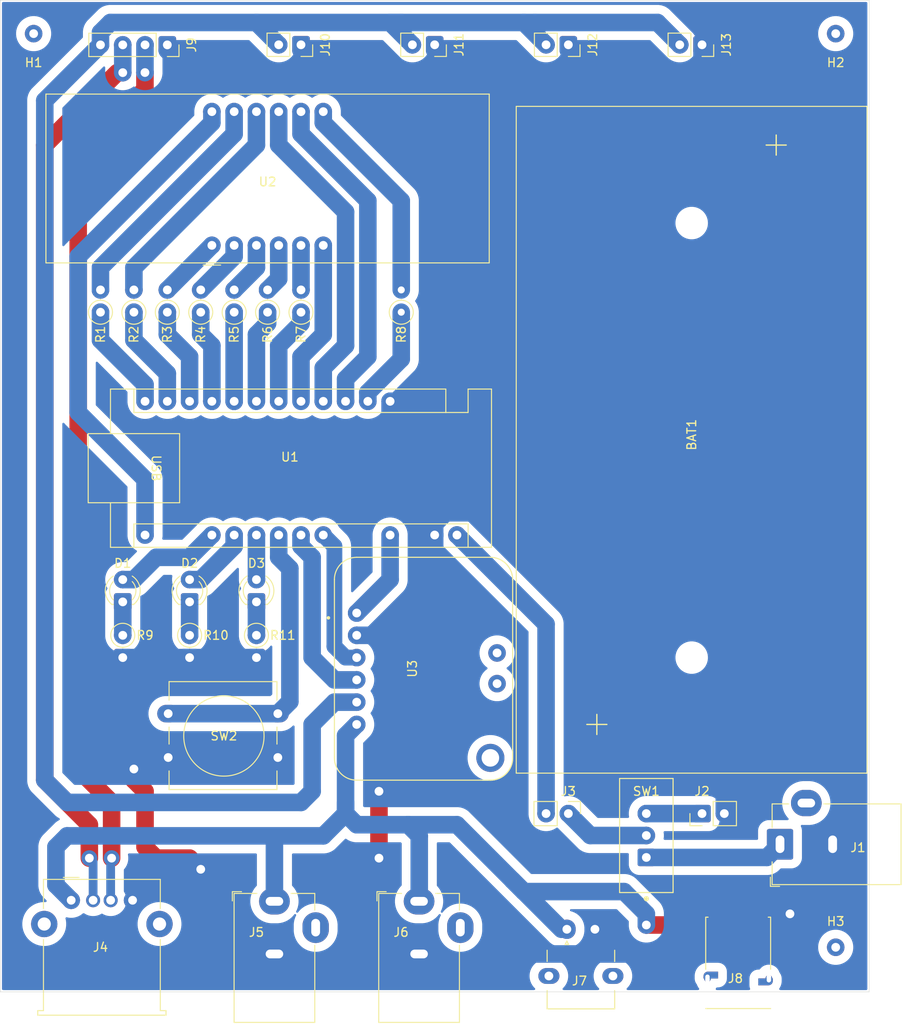
<source format=kicad_pcb>
(kicad_pcb (version 20241229) (generator "pcbnew") (generator_version "9.0")
  (layers (0 "F.Cu" signal) (2 "B.Cu" signal) (13 "F.Paste" user) (15 "B.Paste" user) (5 "F.SilkS" user "F.Silkscreen") (7 "B.SilkS" user "B.Silkscreen") (1 "F.Mask" user) (3 "B.Mask" user) (25 "Edge.Cuts" user))
  (net 0 "")
  (net 1 "I2C_SCL")
  (net 2 "PWR")
  (net 3 "DIG3")
  (net 4 "DIG4")
  (net 5 "Net-(D1-A)")
  (net 6 "I2C_SDA")
  (net 7 "GND")
  (net 8 "Net-(D2-A)")
  (net 9 "DIG1")
  (net 10 "Net-(D3-A)")
  (net 11 "Net-(U1-A3)")
  (net 12 "DIG2")
  (net 13 "5V")
  (net 14 "Net-(BAT1-+)")
  (net 15 "VIN+")
  (net 16 "VIN-")
  (net 17 "DATA1+")
  (net 18 "DATA1-")
  (net 19 "SEG_A")
  (net 20 "SEG_F")
  (net 21 "SEG_B")
  (net 22 "SEG_G")
  (net 23 "SEG_C")
  (net 24 "SEG_P")
  (net 25 "SEG_D")
  (net 26 "SEG_E")
  (net 27 "Net-(U2-a)")
  (net 28 "Net-(U2-b)")
  (net 29 "Net-(U2-c)")
  (net 30 "Net-(U2-d)")
  (net 31 "Net-(U2-e)")
  (net 32 "Net-(U2-f)")
  (net 33 "Net-(U2-g)")
  (net 34 "Net-(U2-DPX)")
  (net 37 "Net-(D1-K)")
  (net 38 "Net-(D2-K)")
  (net 39 "Net-(D3-K)")
  (net 40 "Net-(J1-Pad1)")
  (net 41 "Net-(J3-Pin_1)")
  (footprint "Custom:USB_B_Mini_OTG_THT_Molex_548190519" (layer "F.Cu") (at 161.12 139.192)
    (property "Reference" "J7" (at 1.44 5.61 0) (layer "F.SilkS"))
    (property "Value" "USB_B_Mini" (hide yes))
    (pad "1" thru_hole oval (at 0 -0.275) (size 2 2.2) (drill 1) (layers "*.Cu" "*.Mask") (net 15 "VIN+"))
    (pad "5" thru_hole roundrect (at 3.2 -0.275) (size 2 2.2) (drill 1) (layers "*.Cu" "*.Mask") (roundrect_rratio 0.1388888889) (net 7 "GND"))
    (pad "S1" thru_hole oval (at -2.05 5.05) (size 2.4 1.8) (drill 1) (layers "*.Cu" "*.Mask"))
    (pad "S2" thru_hole oval (at 5.25 5.05) (size 2.4 1.8) (drill 1) (layers "*.Cu" "*.Mask"))
  )
  (footprint "Connector_PinSocket_2.54mm:PinSocket_1x02_P2.54mm_Vertical" (layer "F.Cu") (at 176.53 38.1 -90)
    (property "Reference" "J13" (at 0 -2.77 90) (layer "F.SilkS"))
    (property "Value" "01x02" (hide yes))
    (pad "1" thru_hole roundrect (at 0 0 270) (size 2 2) (drill 1) (layers "*.Cu" "*.Mask") (roundrect_rratio 0.1388888889) (net 7 "GND"))
    (pad "2" thru_hole circle (at 0 2.54 270) (size 2 2) (drill 1) (layers "*.Cu" "*.Mask") (net 16 "VIN-"))
  )
  (footprint "Resistor_THT:R_Axial_DIN0207_L6.3mm_D2.5mm_P2.54mm_Vertical" (layer "F.Cu") (at 110.49 105.41 -90)
    (property "Reference" "R9" (at 0 -2.54 180) (layer "F.SilkS"))
    (property "Value" "R470" (hide yes))
    (pad "1" thru_hole circle (at 0 0 270) (size 2 2) (drill 1) (layers "*.Cu" "*.Mask") (net 37 "Net-(D1-K)"))
    (pad "2" thru_hole roundrect (at 2.54 0 270) (size 2 2) (drill 1) (layers "*.Cu" "*.Mask") (roundrect_rratio 0.1388888889) (net 7 "GND"))
  )
  (footprint "Resistor_THT:R_Axial_DIN0207_L6.3mm_D2.5mm_P2.54mm_Vertical" (layer "F.Cu") (at 125.73 105.41 -90)
    (property "Reference" "R11" (at 0 -3 180) (layer "F.SilkS"))
    (property "Value" "R470" (hide yes))
    (pad "1" thru_hole circle (at 0 0 270) (size 2 2) (drill 1) (layers "*.Cu" "*.Mask") (net 39 "Net-(D3-K)"))
    (pad "2" thru_hole roundrect (at 2.54 0 270) (size 2 2) (drill 1) (layers "*.Cu" "*.Mask") (roundrect_rratio 0.15625) (net 7 "GND"))
  )
  (footprint "Custom:BatteryHolder_18650_X2" (layer "F.Cu") (at 175.35 118.11 90)
    (property "Reference" "BAT1" (at 35.56 0 90) (layer "F.SilkS"))
    (property "Value" "BAT_18650")
    (fp_text user "+" (at 68.58 9.398 90) (layer "F.SilkS") (effects (font (size 3 3))))
    (fp_text user "+" (at 2.54 -11.049 90) (layer "F.SilkS") (effects (font (size 3 3))))
    (pad "" np_thru_hole circle (at 10.16 0 90) (size 3.2 3.2) (drill 3.2) (layers "*.Cu" "*.Mask"))
    (pad "" np_thru_hole circle (at 59.69 0 90) (size 3.2 3.2) (drill 3.2) (layers "*.Cu" "*.Mask"))
  )
  (footprint "Connector_PinSocket_2.54mm:PinSocket_1x04_P2.54mm_Vertical" (layer "F.Cu") (at 115.57 38.11 -90)
    (property "Reference" "J9" (at 0 -2.77 90) (layer "F.SilkS"))
    (property "Value" "01x04" (hide yes))
    (pad "1" thru_hole roundrect (at 0 0 270) (size 2 2) (drill 1) (layers "*.Cu" "*.Mask") (roundrect_rratio 0.1388888889) (net 7 "GND"))
    (pad "2" thru_hole circle (at 0 2.54 270) (size 2 2) (drill 1) (layers "*.Cu" "*.Mask") (net 17 "DATA1+"))
    (pad "3" thru_hole circle (at 0 5.08 270) (size 2 2) (drill 1) (layers "*.Cu" "*.Mask") (net 18 "DATA1-"))
    (pad "4" thru_hole circle (at 0 7.62 270) (size 2 2) (drill 1) (layers "*.Cu" "*.Mask") (net 16 "VIN-"))
  )
  (footprint "MountingHole:MountingHole_2mm" (layer "F.Cu") (at 191.77 140.97)
    (property "Reference" "H3" (at 0 -2.95 0) (layer "F.SilkS"))
    (property "Value" "MountingHole" (hide yes))
    (pad "" np_thru_hole circle (at 0 0) (size 2 2) (drill 1) (layers "*.Cu" "*.Mask"))
  )
  (footprint "Resistor_THT:R_Axial_DIN0207_L6.3mm_D2.5mm_P2.54mm_Vertical" (layer "F.Cu") (at 119.38 68.58 90)
    (property "Reference" "R4" (at -2.54 0 90) (layer "F.SilkS"))
    (property "Value" "R470" (hide yes))
    (pad "1" thru_hole circle (at 0 0 90) (size 2 2) (drill 1) (layers "*.Cu" "*.Mask") (net 25 "SEG_D"))
    (pad "2" thru_hole circle (at 2.54 0 90) (size 2 2) (drill 1) (layers "*.Cu" "*.Mask") (net 30 "Net-(U2-d)"))
  )
  (footprint "Button_Switch_THT:SW_PUSH-12mm_Wuerth-430476085716" (layer "F.Cu") (at 115.67 114.34)
    (property "Reference" "SW2" (at 6.35 2.54 0) (layer "F.SilkS"))
    (property "Value" "SW_Push" (hide yes))
    (pad "1" thru_hole oval (at 0 0) (size 2.5 2) (drill 1) (layers "*.Cu" "*.Mask") (net 11 "Net-(U1-A3)"))
    (pad "1" thru_hole oval (at 12.5 0) (size 2.5 2) (drill 1) (layers "*.Cu" "*.Mask") (net 11 "Net-(U1-A3)"))
    (pad "2" thru_hole oval (at 0 5) (size 2.5 2) (drill 1) (layers "*.Cu" "*.Mask") (net 7 "GND"))
    (pad "2" thru_hole oval (at 12.5 5) (size 2.5 2) (drill 1) (layers "*.Cu" "*.Mask") (net 7 "GND"))
  )
  (footprint "Custom:Switch_Slide_SPDT_Straight_TE_1825159_1" (layer "F.Cu") (at 170.18 128.23 90)
    (property "Reference" "SW1" (at 5.04 0 0) (layer "F.SilkS") (effects (font (size 1.000685 1.000685))))
    (property "Value" "SW_Slide" (hide yes))
    (pad "1" thru_hole roundrect (at -2.5 0 90) (size 2 2) (drill 1) (layers "*.Cu" "*.Mask") (roundrect_rratio 0.125) (net 40 "Net-(J1-Pad1)"))
    (pad "2" thru_hole circle (at 0 0 90) (size 2 2) (drill 1) (layers "*.Cu" "*.Mask") (net 41 "Net-(J3-Pin_1)"))
    (pad "3" thru_hole circle (at 2.5 0 90) (size 2 2) (drill 1) (layers "*.Cu" "*.Mask") (net 14 "Net-(BAT1-+)"))
  )
  (footprint "Custom:Arduino_Nano_v3" (layer "F.Cu") (at 148.59 78.74 -90)
    (property "Reference" "U1" (at 6.35 19.05 180) (layer "F.SilkS"))
    (property "Value" "Arduino_Nano_v3.x")
    (fp_text user "USB" (at 7.62 34.29 270) (layer "F.SilkS"))
    (pad "4" thru_hole circle (at 0 7.62 270) (size 2 2) (drill 1) (layers "*.Cu" "*.Mask") (net 7 "GND"))
    (pad "5" thru_hole circle (at 0 10.16 270) (size 2 2) (drill 1) (layers "*.Cu" "*.Mask") (net 20 "SEG_F"))
    (pad "6" thru_hole circle (at 0 12.7 270) (size 2 2) (drill 1) (layers "*.Cu" "*.Mask") (net 3 "DIG3"))
    (pad "7" thru_hole circle (at 0 15.24 270) (size 2 2) (drill 1) (layers "*.Cu" "*.Mask") (net 12 "DIG2"))
    (pad "8" thru_hole circle (at 0 17.78 270) (size 1.8 1.8) (drill 1) (layers "*.Cu" "*.Mask") (net 4 "DIG4"))
    (pad "9" thru_hole circle (at 0 20.32 270) (size 2 2) (drill 1) (layers "*.Cu" "*.Mask") (net 22 "SEG_G"))
    (pad "10" thru_hole circle (at 0 22.86 270) (size 1.8 1.8) (drill 1) (layers "*.Cu" "*.Mask") (net 23 "SEG_C"))
    (pad "11" thru_hole circle (at 0 25.4 270) (size 2 2) (drill 1) (layers "*.Cu" "*.Mask") (net 24 "SEG_P"))
    (pad "12" thru_hole circle (at 0 27.94 270) (size 2 2) (drill 1) (layers "*.Cu" "*.Mask") (net 25 "SEG_D"))
    (pad "13" thru_hole circle (at 0 30.48 270) (size 2 2) (drill 1) (layers "*.Cu" "*.Mask") (net 26 "SEG_E"))
    (pad "14" thru_hole circle (at 0 33.02 270) (size 2 2) (drill 1) (layers "*.Cu" "*.Mask") (net 21 "SEG_B"))
    (pad "15" thru_hole circle (at 0 35.56 270) (size 2 2) (drill 1) (layers "*.Cu" "*.Mask") (net 19 "SEG_A"))
    (pad "16" thru_hole circle (at 15.24 35.56 270) (size 2 2) (drill 1) (layers "*.Cu" "*.Mask") (net 9 "DIG1"))
    (pad "19" thru_hole circle (at 15.24 27.94 270) (size 2 2) (drill 1) (layers "*.Cu" "*.Mask") (net 5 "Net-(D1-A)"))
    (pad "20" thru_hole circle (at 15.24 25.4 270) (size 2 2) (drill 1) (layers "*.Cu" "*.Mask") (net 8 "Net-(D2-A)"))
    (pad "21" thru_hole circle (at 15.24 22.86 270) (size 2 2) (drill 1) (layers "*.Cu" "*.Mask") (net 10 "Net-(D3-A)"))
    (pad "22" thru_hole circle (at 15.24 20.32 270) (size 1.8 1.8) (drill 1) (layers "*.Cu" "*.Mask") (net 11 "Net-(U1-A3)"))
    (pad "23" thru_hole circle (at 15.24 17.78 270) (size 2 2) (drill 1) (layers "*.Cu" "*.Mask") (net 6 "I2C_SDA"))
    (pad "24" thru_hole circle (at 15.24 15.24 270) (size 2 2) (drill 1) (layers "*.Cu" "*.Mask") (net 1 "I2C_SCL"))
    (pad "27" thru_hole circle (at 15.24 7.62 270) (size 2 2) (drill 1) (layers "*.Cu" "*.Mask") (net 13 "5V"))
    (pad "29" thru_hole circle (at 15.24 2.54 270) (size 2 2) (drill 1) (layers "*.Cu" "*.Mask") (net 7 "GND"))
    (pad "30" thru_hole circle (at 15.24 0 270) (size 2 2) (drill 1) (layers "*.Cu" "*.Mask") (net 2 "PWR"))
  )
  (footprint "LED_THT:LED_D3.0mm" (layer "F.Cu") (at 125.73 101.6 90)
    (property "Reference" "D3" (at 4.4 0 0) (layer "F.SilkS"))
    (property "Value" "LED" (hide yes))
    (pad "1" thru_hole roundrect (at 0 0 90) (size 2 2) (drill 1) (layers "*.Cu" "*.Mask") (roundrect_rratio 0.1388888889) (net 39 "Net-(D3-K)"))
    (pad "2" thru_hole circle (at 2.54 0 90) (size 2 2) (drill 1) (layers "*.Cu" "*.Mask") (net 10 "Net-(D3-A)"))
  )
  (footprint "Resistor_THT:R_Axial_DIN0207_L6.3mm_D2.5mm_P2.54mm_Vertical" (layer "F.Cu") (at 111.76 68.58 90)
    (property "Reference" "R2" (at -2.54 0 90) (layer "F.SilkS"))
    (property "Value" "R470" (hide yes))
    (pad "1" thru_hole circle (at 0 0 90) (size 2 2) (drill 1) (layers "*.Cu" "*.Mask") (net 21 "SEG_B"))
    (pad "2" thru_hole circle (at 2.54 0 90) (size 2 2) (drill 1) (layers "*.Cu" "*.Mask") (net 32 "Net-(U2-f)"))
  )
  (footprint "Connector_PinSocket_2.54mm:PinSocket_1x02_P2.54mm_Vertical" (layer "F.Cu") (at 146.05 38.1 -90)
    (property "Reference" "J11" (at 0 -2.77 90) (layer "F.SilkS"))
    (property "Value" "01x02" (hide yes))
    (pad "1" thru_hole roundrect (at 0 0 270) (size 2 2) (drill 1) (layers "*.Cu" "*.Mask") (roundrect_rratio 0.1388888889) (net 7 "GND"))
    (pad "2" thru_hole circle (at 0 2.54 270) (size 2 2) (drill 1) (layers "*.Cu" "*.Mask") (net 16 "VIN-"))
  )
  (footprint "Custom:USB_B_Micro_THT_Amphenol_101181940011LF" (layer "F.Cu") (at 180.65 144.526)
    (property "Reference" "J8" (at -0.31 0 0) (layer "F.SilkS"))
    (property "Value" "USB_B_Micro" (hide yes))
    (pad "1" smd roundrect (at -1.3 -5.715) (size 1.8 2) (layers "F.Cu" "F.Mask" "F.Paste") (roundrect_rratio 0.1388888889) (net 15 "VIN+"))
    (pad "5" smd roundrect (at 1.3 -5.715) (size 1.8 2) (layers "F.Cu" "F.Mask" "F.Paste") (roundrect_rratio 0.1388888889) (net 7 "GND"))
    (pad "S2" thru_hole custom (at -3.5 0) (size 0.775 0.9) (drill oval 0.5 1.15) (layers "*.Cu") (options (clearance outline) (anchor circle)) (primitives (gr_poly (pts (xy -0.25 0) (xy -0.445 0) (xy -0.445 -0.275) (xy -0.444 -0.301) (xy -0.442 -0.327) (xy -0.439 -0.353) (xy -0.434 -0.379) (xy -0.428 -0.404) (xy -0.421 -0.43) (xy -0.412 -0.454) (xy -0.402 -0.478) (xy -0.391 -0.502) (xy -0.378 -0.525) (xy -0.364 -0.547) (xy -0.35 -0.569) (xy -0.334 -0.59) (xy -0.317 -0.61) (xy -0.299 -0.629) (xy -0.28 -0.647) (xy -0.26 -0.664) (xy -0.239 -0.68) (xy -0.217 -0.694) (xy -0.195 -0.708) (xy -0.172 -0.721) (xy -0.148 -0.732) (xy -0.124 -0.742) (xy -0.1 -0.751) (xy -0.074 -0.758) (xy -0.049 -0.764) (xy -0.023 -0.769) (xy 0.003 -0.772) (xy 0.029 -0.774) (xy 0.055 -0.775) (xy 1.2 -0.775) (xy 1.2 0) (xy 0.25 0) (xy 0.25 -0.013) (xy 0.249 -0.026) (xy 0.247 -0.039) (xy 0.245 -0.052) (xy 0.241 -0.065) (xy 0.238 -0.077) (xy 0.233 -0.09) (xy 0.228 -0.102) (xy 0.223 -0.113) (xy 0.217 -0.125) (xy 0.21 -0.136) (xy 0.202 -0.147) (xy 0.194 -0.157) (xy 0.186 -0.167) (xy 0.177 -0.177) (xy 0.167 -0.186) (xy 0.157 -0.194) (xy 0.147 -0.202) (xy 0.136 -0.21) (xy 0.125 -0.217) (xy 0.113 -0.223) (xy 0.102 -0.228) (xy 0.09 -0.233) (xy 0.077 -0.238) (xy 0.065 -0.241) (xy 0.052 -0.245) (xy 0.039 -0.247) (xy 0.026 -0.249) (xy 0.013 -0.25) (xy 0 -0.25) (xy -0.013 -0.25) (xy -0.026 -0.249) (xy -0.039 -0.247) (xy -0.052 -0.245) (xy -0.065 -0.241) (xy -0.077 -0.238) (xy -0.09 -0.233) (xy -0.102 -0.228) (xy -0.113 -0.223) (xy -0.125 -0.217) (xy -0.136 -0.21) (xy -0.147 -0.202) (xy -0.157 -0.194) (xy -0.167 -0.186) (xy -0.177 -0.177) (xy -0.186 -0.167) (xy -0.194 -0.157) (xy -0.202 -0.147) (xy -0.21 -0.136) (xy -0.217 -0.125) (xy -0.223 -0.113) (xy -0.228 -0.102) (xy -0.233 -0.09) (xy -0.238 -0.077) (xy -0.241 -0.065) (xy -0.245 -0.052) (xy -0.247 -0.039) (xy -0.249 -0.026) (xy -0.25 -0.013) (xy -0.25 0)) (width 0.01) (fill yes))))
    (pad "S5" thru_hole custom (at 3.5 0) (size 0.775 0.9) (drill oval 0.5 1.15) (layers "*.Cu") (options (clearance outline) (anchor circle)) (primitives (gr_poly (pts (xy 0.25 0) (xy 0.445 0) (xy 0.445 0.275) (xy 0.444 0.301) (xy 0.442 0.327) (xy 0.439 0.353) (xy 0.434 0.379) (xy 0.428 0.404) (xy 0.421 0.43) (xy 0.412 0.454) (xy 0.402 0.478) (xy 0.391 0.502) (xy 0.378 0.525) (xy 0.364 0.547) (xy 0.35 0.569) (xy 0.334 0.59) (xy 0.317 0.61) (xy 0.299 0.629) (xy 0.28 0.647) (xy 0.26 0.664) (xy 0.239 0.68) (xy 0.217 0.694) (xy 0.195 0.708) (xy 0.172 0.721) (xy 0.148 0.732) (xy 0.124 0.742) (xy 0.1 0.751) (xy 0.074 0.758) (xy 0.049 0.764) (xy 0.023 0.769) (xy -0.003 0.772) (xy -0.029 0.774) (xy -0.055 0.775) (xy -1.2 0.775) (xy -1.2 0) (xy -0.25 0) (xy -0.25 0.013) (xy -0.249 0.026) (xy -0.247 0.039) (xy -0.245 0.052) (xy -0.241 0.065) (xy -0.238 0.077) (xy -0.233 0.09) (xy -0.228 0.102) (xy -0.223 0.113) (xy -0.217 0.125) (xy -0.21 0.136) (xy -0.202 0.147) (xy -0.194 0.157) (xy -0.186 0.167) (xy -0.177 0.177) (xy -0.167 0.186) (xy -0.157 0.194) (xy -0.147 0.202) (xy -0.136 0.21) (xy -0.125 0.217) (xy -0.113 0.223) (xy -0.102 0.228) (xy -0.09 0.233) (xy -0.077 0.238) (xy -0.065 0.241) (xy -0.052 0.245) (xy -0.039 0.247) (xy -0.026 0.249) (xy -0.013 0.25) (xy 0 0.25) (xy 0.013 0.25) (xy 0.026 0.249) (xy 0.039 0.247) (xy 0.052 0.245) (xy 0.065 0.241) (xy 0.077 0.238) (xy 0.09 0.233) (xy 0.102 0.228) (xy 0.113 0.223) (xy 0.125 0.217) (xy 0.136 0.21) (xy 0.147 0.202) (xy 0.157 0.194) (xy 0.167 0.186) (xy 0.177 0.177) (xy 0.186 0.167) (xy 0.194 0.157) (xy 0.202 0.147) (xy 0.21 0.136) (xy 0.217 0.125) (xy 0.223 0.113) (xy 0.228 0.102) (xy 0.233 0.09) (xy 0.238 0.077) (xy 0.241 0.065) (xy 0.245 0.052) (xy 0.247 0.039) (xy 0.249 0.026) (xy 0.25 0.013) (xy 0.25 0)) (width 0.01) (fill yes))))
  )
  (footprint "Resistor_THT:R_Axial_DIN0207_L6.3mm_D2.5mm_P2.54mm_Vertical" (layer "F.Cu") (at 118.11 105.41 -90)
    (property "Reference" "R10" (at 0 -3 180) (layer "F.SilkS"))
    (property "Value" "R470" (hide yes))
    (pad "1" thru_hole circle (at 0 0 270) (size 2 2) (drill 1) (layers "*.Cu" "*.Mask") (net 38 "Net-(D2-K)"))
    (pad "2" thru_hole roundrect (at 2.54 0 270) (size 2 2) (drill 1) (layers "*.Cu" "*.Mask") (roundrect_rratio 0.15625) (net 7 "GND"))
  )
  (footprint "Custom:INA219_Module_Generic" (layer "F.Cu") (at 144.78 109.22 -90)
    (property "Reference" "U3" (at 0 1.27 90) (layer "F.SilkS"))
    (property "Value" "INA219_Module")
    (pad "1" thru_hole circle (at -6.35 7.62 270) (size 2 2) (drill 1) (layers "*.Cu" "*.Mask") (net 13 "5V"))
    (pad "2" thru_hole circle (at -3.81 7.62 270) (size 2 2) (drill 1) (layers "*.Cu" "*.Mask") (net 7 "GND"))
    (pad "3" thru_hole circle (at -1.27 7.62 270) (size 2 2) (drill 1) (layers "*.Cu" "*.Mask") (net 1 "I2C_SCL"))
    (pad "4" thru_hole circle (at 1.27 7.62 270) (size 2 2) (drill 1) (layers "*.Cu" "*.Mask") (net 6 "I2C_SDA"))
    (pad "5" thru_hole circle (at 3.81 7.62 270) (size 2 2) (drill 1) (layers "*.Cu" "*.Mask") (net 16 "VIN-"))
    (pad "6" thru_hole circle (at 6.35 7.62 270) (size 2 2) (drill 1) (layers "*.Cu" "*.Mask") (net 15 "VIN+"))
    (pad "7" thru_hole circle (at -1.8 -8.382 270) (size 2 2) (drill 1) (layers "*.Cu" "*.Mask"))
    (pad "8" thru_hole circle (at 1.7 -8.382 270) (size 2 2) (drill 1) (layers "*.Cu" "*.Mask"))
    (pad "SH2" thru_hole circle (at 10.16 -7.62 270) (size 3.2 3.2) (drill 2) (layers "*.Cu" "*.Mask"))
  )
  (footprint "Resistor_THT:R_Axial_DIN0207_L6.3mm_D2.5mm_P2.54mm_Vertical" (layer "F.Cu") (at 142.24 68.58 90)
    (property "Reference" "R8" (at -2.54 0 90) (layer "F.SilkS"))
    (property "Value" "R470" (hide yes))
    (pad "1" thru_hole circle (at 0 0 90) (size 1.6 1.6) (drill 0.8) (layers "*.Cu" "*.Mask") (net 20 "SEG_F"))
    (pad "2" thru_hole circle (at 2.54 0 90) (size 1.6 1.6) (drill 0.8) (layers "*.Cu" "*.Mask") (net 28 "Net-(U2-b)"))
  )
  (footprint "Connector_BarrelJack:BarrelJack_Horizontal" (layer "F.Cu") (at 144.272 135.732 90)
    (property "Reference" "J6" (at -3.53 -2.0525 180) (layer "F.SilkS"))
    (property "Value" "Jack_DC" (hide yes))
    (pad "1" thru_hole oval (at 0 0 90) (size 3 3.5) (drill oval 1 2) (layers "*.Cu" "*.Mask") (net 15 "VIN+"))
    (pad "2" thru_hole roundrect (at -6 0 90) (size 3 3.5) (drill oval 1 2) (layers "*.Cu" "*.Mask") (net 7 "GND"))
    (pad "3" thru_hole oval (at -3 4.7 90) (size 3.5 3) (drill oval 2 1) (layers "*.Cu" "*.Mask"))
  )
  (footprint "Connector_PinHeader_2.54mm:PinHeader_1x02_P2.54mm_Vertical" (layer "F.Cu") (at 161.29 125.73 -90)
    (property "Reference" "J3" (at -2.54 0 0) (layer "F.SilkS"))
    (property "Value" "PWR_BTN")
    (pad "1" thru_hole circle (at 0 0 270) (size 2 2) (drill 1) (layers "*.Cu" "*.Mask") (net 41 "Net-(J3-Pin_1)"))
    (pad "2" thru_hole circle (at 0 2.54 270) (size 2 2) (drill 1) (layers "*.Cu" "*.Mask") (net 2 "PWR"))
  )
  (footprint "Connector_USB:USB_A_Molex_67643_Horizontal" (layer "F.Cu") (at 104.61 135.61)
    (property "Reference" "J4" (at 3.34 5.36 0) (layer "F.SilkS"))
    (property "Value" "USB_A" (hide yes))
    (pad "1" thru_hole circle (at 0 0) (size 2 2) (drill 1) (layers "*.Cu" "*.Mask") (net 15 "VIN+"))
    (pad "2" thru_hole circle (at 2.5 0) (size 1.6 1.6) (drill 1) (layers "*.Cu" "*.Mask") (net 18 "DATA1-"))
    (pad "3" thru_hole circle (at 4.5 0) (size 1.6 1.6) (drill 1) (layers "*.Cu" "*.Mask") (net 17 "DATA1+"))
    (pad "4" thru_hole circle (at 7 0) (size 2 2) (drill 1) (layers "*.Cu" "*.Mask") (net 7 "GND"))
    (pad "5" thru_hole circle (at -3.07 2.71) (size 3 3) (drill 1.5) (layers "*.Cu" "*.Mask"))
    (pad "5" thru_hole circle (at 10.07 2.71) (size 3 3) (drill 1.5) (layers "*.Cu" "*.Mask"))
  )
  (footprint "Resistor_THT:R_Axial_DIN0207_L6.3mm_D2.5mm_P2.54mm_Vertical" (layer "F.Cu") (at 123.19 68.58 90)
    (property "Reference" "R5" (at -2.54 0 90) (layer "F.SilkS"))
    (property "Value" "R470" (hide yes))
    (pad "1" thru_hole circle (at 0 0 90) (size 2 2) (drill 1) (layers "*.Cu" "*.Mask") (net 24 "SEG_P"))
    (pad "2" thru_hole circle (at 2.54 0 90) (size 2 2) (drill 1) (layers "*.Cu" "*.Mask") (net 34 "Net-(U2-DPX)"))
  )
  (footprint "MountingHole:MountingHole_2mm" (layer "F.Cu") (at 100.33 36.83)
    (property "Reference" "H1" (at 0 3.3 0) (layer "F.SilkS"))
    (property "Value" "MountingHole" (hide yes))
    (pad "" np_thru_hole circle (at 0 0) (size 2 2) (drill 1) (layers "*.Cu" "*.Mask"))
  )
  (footprint "Connector_BarrelJack:BarrelJack_Horizontal" (layer "F.Cu") (at 127.7825 135.732 90)
    (property "Reference" "J5" (at -3.53 -2.0525 180) (layer "F.SilkS"))
    (property "Value" "Jack_DC" (hide yes))
    (pad "1" thru_hole oval (at 0 0 90) (size 3 3.5) (drill oval 1 2) (layers "*.Cu" "*.Mask") (net 15 "VIN+"))
    (pad "2" thru_hole roundrect (at -6 0 90) (size 3 3.5) (drill oval 1 2) (layers "*.Cu" "*.Mask") (net 7 "GND"))
    (pad "3" thru_hole oval (at -3 4.7 90) (size 3.5 3) (drill oval 2 1) (layers "*.Cu" "*.Mask"))
  )
  (footprint "Resistor_THT:R_Axial_DIN0207_L6.3mm_D2.5mm_P2.54mm_Vertical" (layer "F.Cu") (at 130.81 68.58 90)
    (property "Reference" "R7" (at -2.54 0 90) (layer "F.SilkS"))
    (property "Value" "R470" (hide yes))
    (pad "1" thru_hole circle (at 0 0 90) (size 2 2) (drill 1) (layers "*.Cu" "*.Mask") (net 22 "SEG_G"))
    (pad "2" thru_hole circle (at 2.54 0 90) (size 2 2) (drill 1) (layers "*.Cu" "*.Mask") (net 33 "Net-(U2-g)"))
  )
  (footprint "Connector_PinSocket_2.54mm:PinSocket_1x02_P2.54mm_Vertical" (layer "F.Cu") (at 161.29 38.1 -90)
    (property "Reference" "J12" (at 0 -2.77 90) (layer "F.SilkS"))
    (property "Value" "01x02" (hide yes))
    (pad "1" thru_hole roundrect (at 0 0 270) (size 2 2) (drill 1) (layers "*.Cu" "*.Mask") (roundrect_rratio 0.1470588235) (net 7 "GND"))
    (pad "2" thru_hole circle (at 0 2.54 270) (size 2 2) (drill 1) (layers "*.Cu" "*.Mask") (net 16 "VIN-"))
  )
  (footprint "Connector_PinSocket_2.54mm:PinSocket_1x02_P2.54mm_Vertical" (layer "F.Cu") (at 130.81 38.1 -90)
    (property "Reference" "J10" (at 0 -2.77 90) (layer "F.SilkS"))
    (property "Value" "01x02" (hide yes))
    (pad "1" thru_hole roundrect (at 0 0 270) (size 2 2) (drill 1) (layers "*.Cu" "*.Mask") (roundrect_rratio 0.125) (net 7 "GND"))
    (pad "2" thru_hole circle (at 0 2.54 270) (size 2 2) (drill 1) (layers "*.Cu" "*.Mask") (net 16 "VIN-"))
  )
  (footprint "Connector_BarrelJack:BarrelJack_Horizontal" (layer "F.Cu") (at 185.42 129.2275 180)
    (property "Reference" "J1" (at -8.89 -0.38 0) (layer "F.SilkS"))
    (property "Value" "Jack_DC" (hide yes))
    (pad "1" thru_hole roundrect (at 0 0 180) (size 3 3.5) (drill oval 1 2) (layers "*.Cu" "*.Mask") (roundrect_rratio 0.08333333333) (net 40 "Net-(J1-Pad1)"))
    (pad "2" thru_hole roundrect (at -6 0 180) (size 3 3.5) (drill oval 1 2) (layers "*.Cu" "*.Mask") (net 7 "GND"))
    (pad "3" thru_hole oval (at -3 4.7 180) (size 3.5 3) (drill oval 2 1) (layers "*.Cu" "*.Mask"))
  )
  (footprint "Connector_PinHeader_2.54mm:PinHeader_1x02_P2.54mm_Vertical" (layer "F.Cu") (at 176.53 125.73 90)
    (property "Reference" "J2" (at 2.54 0 0) (layer "F.SilkS"))
    (property "Value" "BAT_IN")
    (pad "1" thru_hole roundrect (at 0 0 90) (size 2 2) (drill 1) (layers "*.Cu" "*.Mask") (roundrect_rratio 0.1388888889) (net 14 "Net-(BAT1-+)"))
    (pad "2" thru_hole circle (at 0 2.54 90) (size 2 2) (drill 1) (layers "*.Cu" "*.Mask") (net 7 "GND"))
  )
  (footprint "Resistor_THT:R_Axial_DIN0207_L6.3mm_D2.5mm_P2.54mm_Vertical" (layer "F.Cu") (at 115.57 68.58 90)
    (property "Reference" "R3" (at -2.54 0 90) (layer "F.SilkS"))
    (property "Value" "R470" (hide yes))
    (pad "1" thru_hole circle (at 0 0 90) (size 2 2) (drill 1) (layers "*.Cu" "*.Mask") (net 26 "SEG_E"))
    (pad "2" thru_hole circle (at 2.54 0 90) (size 2 2) (drill 1) (layers "*.Cu" "*.Mask") (net 31 "Net-(U2-e)"))
  )
  (footprint "LED_THT:LED_D3.0mm" (layer "F.Cu") (at 110.49 101.6 90)
    (property "Reference" "D1" (at 4.4 0 0) (layer "F.SilkS"))
    (property "Value" "LED" (hide yes))
    (pad "1" thru_hole roundrect (at 0 0 90) (size 2 2) (drill 1) (layers "*.Cu" "*.Mask") (roundrect_rratio 0.1388888889) (net 37 "Net-(D1-K)"))
    (pad "2" thru_hole circle (at 2.54 0 90) (size 2 2) (drill 1) (layers "*.Cu" "*.Mask") (net 5 "Net-(D1-A)"))
  )
  (footprint "LED_THT:LED_D3.0mm" (layer "F.Cu") (at 118.11 101.6 90)
    (property "Reference" "D2" (at 4.4 0 0) (layer "F.SilkS"))
    (property "Value" "LED" (hide yes))
    (pad "1" thru_hole roundrect (at 0 0 90) (size 2 2) (drill 1) (layers "*.Cu" "*.Mask") (roundrect_rratio 0.1388888889) (net 38 "Net-(D2-K)"))
    (pad "2" thru_hole circle (at 2.54 0 90) (size 2 2) (drill 1) (layers "*.Cu" "*.Mask") (net 8 "Net-(D2-A)"))
  )
  (footprint "MountingHole:MountingHole_2mm" (layer "F.Cu") (at 191.77 36.83)
    (property "Reference" "H2" (at 0 3.3 0) (layer "F.SilkS"))
    (property "Value" "MountingHole" (hide yes))
    (pad "" np_thru_hole circle (at 0 0) (size 2 2) (drill 1) (layers "*.Cu" "*.Mask"))
  )
  (footprint "Resistor_THT:R_Axial_DIN0207_L6.3mm_D2.5mm_P2.54mm_Vertical" (layer "F.Cu") (at 107.95 68.58 90)
    (property "Reference" "R1" (at -2.54 0 90) (layer "F.SilkS"))
    (property "Value" "R470" (hide yes))
    (pad "1" thru_hole circle (at 0 0 90) (size 2 2) (drill 1) (layers "*.Cu" "*.Mask") (net 19 "SEG_A"))
    (pad "2" thru_hole circle (at 2.54 0 90) (size 2 2) (drill 1) (layers "*.Cu" "*.Mask") (net 27 "Net-(U2-a)"))
  )
  (footprint "Resistor_THT:R_Axial_DIN0207_L6.3mm_D2.5mm_P2.54mm_Vertical" (layer "F.Cu") (at 127 68.58 90)
    (property "Reference" "R6" (at -2.54 0 90) (layer "F.SilkS"))
    (property "Value" "R470" (hide yes))
    (pad "1" thru_hole circle (at 0 0 90) (size 2 2) (drill 1) (layers "*.Cu" "*.Mask") (net 23 "SEG_C"))
    (pad "2" thru_hole circle (at 2.54 0 90) (size 2 2) (drill 1) (layers "*.Cu" "*.Mask") (net 29 "Net-(U2-c)"))
  )
  (footprint "Display_7Segment:CA56-12CGKWA" (layer "F.Cu") (at 120.65 60.96 90)
    (property "Reference" "U2" (at 7.24 6.35 180) (layer "F.SilkS"))
    (property "Value" "Display_5641BS")
    (pad "1" thru_hole circle (at 0 0 90) (size 2 2) (drill 1) (layers "*.Cu" "*.Mask") (net 31 "Net-(U2-e)"))
    (pad "2" thru_hole circle (at 0 2.54 90) (size 2 2) (drill 1) (layers "*.Cu" "*.Mask") (net 30 "Net-(U2-d)"))
    (pad "3" thru_hole circle (at 0 5.08 90) (size 2 2) (drill 1) (layers "*.Cu" "*.Mask") (net 34 "Net-(U2-DPX)"))
    (pad "4" thru_hole circle (at 0 7.62 90) (size 2 2) (drill 1) (layers "*.Cu" "*.Mask") (net 29 "Net-(U2-c)"))
    (pad "5" thru_hole circle (at 0 10.16 90) (size 2 2) (drill 1) (layers "*.Cu" "*.Mask") (net 33 "Net-(U2-g)"))
    (pad "6" thru_hole circle (at 0 12.7 90) (size 2 2) (drill 1) (layers "*.Cu" "*.Mask") (net 4 "DIG4"))
    (pad "7" thru_hole circle (at 15.24 12.7 90) (size 2 2) (drill 1) (layers "*.Cu" "*.Mask") (net 28 "Net-(U2-b)"))
    (pad "8" thru_hole circle (at 15.24 10.16 90) (size 2 2) (drill 1) (layers "*.Cu" "*.Mask") (net 3 "DIG3"))
    (pad "9" thru_hole circle (at 15.24 7.62 90) (size 2 2) (drill 1) (layers "*.Cu" "*.Mask") (net 12 "DIG2"))
    (pad "10" thru_hole circle (at 15.24 5.08 90) (size 2 2) (drill 1) (layers "*.Cu" "*.Mask") (net 32 "Net-(U2-f)"))
    (pad "11" thru_hole circle (at 15.24 2.54 90) (size 2 2) (drill 1) (layers "*.Cu" "*.Mask") (net 27 "Net-(U2-a)"))
    (pad "12" thru_hole circle (at 15.24 0 90) (size 2 2) (drill 1) (layers "*.Cu" "*.Mask") (net 9 "DIG1"))
  )
  (gr_line (start 96.52 146.05) (end 195.58 146.05) (stroke (width 0.05)) (layer "Edge.Cuts"))
  (gr_line (start 195.58 146.05) (end 195.58 33.02) (stroke (width 0.05)) (layer "Edge.Cuts"))
  (gr_line (start 96.52 33.02) (end 96.52 146.05) (stroke (width 0.05)) (layer "Edge.Cuts"))
  (gr_line (start 195.58 33.02) (end 96.52 33.02) (stroke (width 0.05)) (layer "Edge.Cuts"))
  (segment (start 134.62 95.25) (end 134.62 106.682792) (width 1.8) (layer "B.Cu") (net 1))
  (segment (start 133.35 93.98) (end 134.62 95.25) (width 1.8) (layer "B.Cu") (net 1))
  (segment (start 134.62 106.682792) (end 135.887208 107.95) (width 1.8) (layer "B.Cu") (net 1))
  (segment (start 135.887208 107.95) (end 137.16 107.95) (width 1.8) (layer "B.Cu") (net 1))
  (segment (start 158.75 104.14) (end 148.59 93.98) (width 2) (layer "B.Cu") (net 2))
  (segment (start 158.75 125.73) (end 158.75 104.14) (width 2) (layer "B.Cu") (net 2))
  (segment (start 135.89 78.74) (end 135.89 76.2) (width 2) (layer "B.Cu") (net 3))
  (segment (start 138.43 73.66) (end 138.43 55.88) (width 2) (layer "B.Cu") (net 3))
  (segment (start 130.81 48.26) (end 130.81 45.72) (width 2) (layer "B.Cu") (net 3))
  (segment (start 138.43 55.88) (end 130.81 48.26) (width 2) (layer "B.Cu") (net 3))
  (segment (start 135.89 76.2) (end 138.43 73.66) (width 2) (layer "B.Cu") (net 3))
  (segment (start 133.35 71.12) (end 130.81 73.66) (width 2) (layer "B.Cu") (net 4))
  (segment (start 133.35 60.96) (end 133.35 71.12) (width 2) (layer "B.Cu") (net 4))
  (segment (start 130.81 73.66) (end 130.81 78.74) (width 2) (layer "B.Cu") (net 4))
  (segment (start 111.76 99.06) (end 110.49 99.06) (width 2) (layer "B.Cu") (net 5))
  (segment (start 114.3 96.52) (end 111.76 99.06) (width 2) (layer "B.Cu") (net 5))
  (segment (start 120.65 93.98) (end 118.11 96.52) (width 2) (layer "B.Cu") (net 5))
  (segment (start 118.11 96.52) (end 114.3 96.52) (width 2) (layer "B.Cu") (net 5))
  (segment (start 134.62 110.49) (end 137.16 110.49) (width 2) (layer "B.Cu") (net 6))
  (segment (start 132.08 96.52) (end 132.08 107.95) (width 2) (layer "B.Cu") (net 6))
  (segment (start 130.81 95.25) (end 132.08 96.52) (width 2) (layer "B.Cu") (net 6))
  (segment (start 130.81 93.98) (end 130.81 95.25) (width 2) (layer "B.Cu") (net 6))
  (segment (start 132.08 107.95) (end 134.62 110.49) (width 2) (layer "B.Cu") (net 6))
  (segment (start 113.03 123.19) (end 113.03 129.54) (width 2) (layer "F.Cu") (net 7))
  (segment (start 114.3 130.81) (end 118.11 130.81) (width 2) (layer "F.Cu") (net 7))
  (segment (start 139.7 123.19) (end 139.7 130.81) (width 2) (layer "F.Cu") (net 7))
  (segment (start 111.76 121.92) (end 113.03 123.19) (width 2) (layer "F.Cu") (net 7))
  (segment (start 186.555 137.16) (end 183.601 137.16) (width 2) (layer "F.Cu") (net 7))
  (segment (start 118.11 130.81) (end 119.38 132.08) (width 2) (layer "F.Cu") (net 7))
  (segment (start 113.03 129.54) (end 114.3 130.81) (width 2) (layer "F.Cu") (net 7))
  (segment (start 183.601 137.16) (end 181.95 138.811) (width 2) (layer "F.Cu") (net 7))
  (segment (start 111.76 120.65) (end 111.76 121.92) (width 2) (layer "F.Cu") (net 7))
  (via (at 111.76 120.65) (size 2) (drill 1) (layers "F.Cu" "B.Cu") (net 7))
  (via (at 186.555 137.16) (size 2) (drill 1) (layers "F.Cu" "B.Cu") (net 7))
  (via (at 139.7 123.19) (size 2) (drill 1) (layers "F.Cu" "B.Cu") (net 7))
  (via (at 139.7 130.81) (size 2) (drill 1) (layers "F.Cu" "B.Cu") (net 7))
  (via (at 119.38 132.08) (size 2) (drill 1) (layers "F.Cu" "B.Cu") (net 7))
  (segment (start 146.05 41.275) (end 148.59 41.275) (width 2) (layer "B.Cu") (net 7))
  (segment (start 182.88 120.65) (end 190.5 120.65) (width 2) (layer "B.Cu") (net 7))
  (segment (start 111.76 109.22) (end 111.76 120.65) (width 2) (layer "B.Cu") (net 7))
  (segment (start 147.32 91.44) (end 153.67 91.44) (width 2) (layer "B.Cu") (net 7))
  (segment (start 115.67 119.34) (end 113.07 119.34) (width 2) (layer "B.Cu") (net 7))
  (segment (start 123.19 143.637) (end 137.16 143.637) (width 2) (layer "B.Cu") (net 7))
  (segment (start 147.32 91.44) (end 146.05 92.71) (width 2) (layer "B.Cu") (net 7))
  (segment (start 137.16 133.35) (end 139.7 130.81) (width 2) (layer "B.Cu") (net 7))
  (segment (start 139.7 123.19) (end 146.05 116.84) (width 2) (layer "B.Cu") (net 7))
  (segment (start 171.45 141.732) (end 171.958 141.732) (width 2) (layer "B.Cu") (net 7))
  (segment (start 113.07 119.34) (end 111.76 120.65) (width 2) (layer "B.Cu") (net 7))
  (segment (start 176.53 40.005) (end 175.26 41.275) (width 2) (layer "B.Cu") (net 7))
  (segment (start 149.86 41.91) (end 149.86 41.275) (width 2) (layer "B.Cu") (net 7))
  (segment (start 141.605 41.275) (end 146.05 41.275) (width 2) (layer "B.Cu") (net 7))
  (segment (start 118.1 41.275) (end 141.605 41.275) (width 2) (layer "B.Cu") (net 7))
  (segment (start 190.5 120.72725) (end 193.548 123.77525) (width 2) (layer "B.Cu") (net 7))
  (segment (start 146.05 97.79) (end 146.05 93.98) (width 2) (layer "B.Cu") (net 7))
  (segment (start 173.99 41.275) (end 175.26 41.275) (width 2) (layer "B.Cu") (net 7))
  (segment (start 190.5 120.65) (end 190.5 120.72725) (width 2) (layer "B.Cu") (net 7))
  (segment (start 189.642 133.858) (end 177.038 133.858) (width 2) (layer "B.Cu") (net 7))
  (segment (start 119.38 139.827) (end 123.19 143.637) (width 2) (layer "B.Cu") (net 7))
  (segment (start 137.16 143.637) (end 137.16 133.35) (width 2) (layer "B.Cu") (net 7))
  (segment (start 146.05 93.98) (end 140.97 88.9) (width 2) (layer "B.Cu") (net 7))
  (segment (start 153.67 91.44) (end 140.97 78.74) (width 2) (layer "B.Cu") (net 7))
  (segment (start 113.03 107.95) (end 110.49 107.95) (width 2) (layer "B.Cu") (net 7))
  (segment (start 186.555 137.16) (end 186.555 136.945) (width 1) (layer "B.Cu") (net 7))
  (segment (start 152.273 143.637) (end 154.178 141.732) (width 2) (layer "B.Cu") (net 7))
  (segment (start 173.99 139.7) (end 173.99 136.906) (width 2) (layer "B.Cu") (net 7))
  (segment (start 179.07 116.84) (end 153.67 91.44) (width 2) (layer "B.Cu") (net 7))
  (segment (start 186.555 137.16) (end 186.69 137.16) (width 1) (layer "B.Cu") (net 7))
  (segment (start 171.958 141.732) (end 173.99 139.7) (width 2) (layer "B.Cu") (net 7))
  (segment (start 146.05 45.72) (end 141.605 41.275) (width 2) (layer "B.Cu") (net 7))
  (segment (start 146.05 74.93) (end 142.24 78.74) (width 2) (layer "B.Cu") (net 7))
  (segment (start 118.11 133.35) (end 119.38 134.62) (width 2) (layer "B.Cu") (net 7))
  (segment (start 146.05 99.06) (end 146.05 97.79) (width 2) (layer "B.Cu") (net 7))
  (segment (start 164.32 138.917) (end 164.32 139.682) (width 2) (layer "B.Cu") (net 7))
  (segment (start 146.05 45.72) (end 146.05 74.93) (width 2) (layer "B.Cu") (net 7))
  (segment (start 115.67 119.34) (end 128.17 119.34) (width 2) (layer "B.Cu") (net 7))
  (segment (start 111.76 109.22) (end 113.03 107.95) (width 2) (layer "B.Cu") (net 7))
  (segment (start 146.05 38.735) (end 148.59 41.275) (width 2) (layer "B.Cu") (net 7))
  (segment (start 161.29 38.735) (end 163.83 41.275) (width 2) (layer "B.Cu") (net 7))
  (segment (start 179.07 125.73) (end 179.07 116.84) (width 2) (layer "B.Cu") (net 7))
  (segment (start 125.73 107.95) (end 113.03 107.95) (width 2) (layer "B.Cu") (net 7))
  (segment (start 177.038 133.858) (end 173.99 136.906) (width 2) (layer "B.Cu") (net 7))
  (segment (start 140.97 88.9) (end 140.97 78.74) (width 2) (layer "B.Cu") (net 7))
  (segment (start 119.38 139.7) (end 119.38 139.827) (width 2) (layer "B.Cu") (net 7))
  (segment (start 146.05 93.98) (end 146.05 92.71) (width 2) (layer "B.Cu") (net 7))
  (segment (start 149.86 41.275) (end 148.59 41.275) (width 2) (layer "B.Cu") (net 7))
  (segment (start 115.56 38.735) (end 118.1 41.275) (width 2) (layer "B.Cu") (net 7))
  (segment (start 146.05 116.84) (end 146.05 99.06) (width 2) (layer "B.Cu") (net 7))
  (segment (start 130.81 38.735) (end 133.35 41.275) (width 2) (layer "B.Cu") (net 7))
  (segment (start 119.38 132.08) (end 119.38 139.7) (width 2) (layer "B.Cu") (net 7))
  (segment (start 193.548 130.302) (end 186.69 137.16) (width 2) (layer "B.Cu") (net 7))
  (segment (start 163.83 41.275) (end 149.86 41.275) (width 2) (layer "B.Cu") (net 7))
  (segment (start 176.53 38.735) (end 176.53 40.005) (width 2) (layer "B.Cu") (net 7))
  (segment (start 179.07 116.84) (end 182.88 120.65) (width 2) (layer "B.Cu") (net 7))
  (segment (start 110.49 107.95) (end 111.76 109.22) (width 2) (layer "B.Cu") (net 7))
  (segment (start 137.16 143.637) (end 152.273 143.637) (width 2) (layer "B.Cu") (net 7))
  (segment (start 166.37 141.732) (end 171.45 141.732) (width 2) (layer "B.Cu") (net 7))
  (segment (start 154.178 141.732) (end 166.37 141.732) (width 2) (layer "B.Cu") (net 7))
  (segment (start 137.16 105.41) (end 139.7 105.41) (width 2) (layer "B.Cu") (net 7))
  (segment (start 193.548 123.77525) (end 193.548 130.302) (width 2) (layer "B.Cu") (net 7))
  (segment (start 111.61 135.61) (end 113.87 133.35) (width 2) (layer "B.Cu") (net 7))
  (segment (start 146.05 45.72) (end 149.86 41.91) (width 2) (layer "B.Cu") (net 7))
  (segment (start 113.87 133.35) (end 118.11 133.35) (width 2) (layer "B.Cu") (net 7))
  (segment (start 139.7 105.41) (end 146.05 99.06) (width 2) (layer "B.Cu") (net 7))
  (segment (start 164.32 139.682) (end 166.37 141.732) (width 2) (layer "B.Cu") (net 7))
  (segment (start 142.24 78.74) (end 140.97 78.74) (width 2) (layer "B.Cu") (net 7))
  (segment (start 161.29 41.275) (end 173.99 41.275) (width 2) (layer "B.Cu") (net 7))
  (segment (start 119.38 99.06) (end 118.11 99.06) (width 2) (layer "B.Cu") (net 8))
  (segment (start 123.19 93.98) (end 123.19 95.25) (width 2) (layer "B.Cu") (net 8))
  (segment (start 123.19 95.25) (end 119.38 99.06) (width 2) (layer "B.Cu") (net 8))
  (segment (start 113.03 87.63) (end 105.41 80.01) (width 2) (layer "B.Cu") (net 9))
  (segment (start 120.65 46.99) (end 120.65 45.72) (width 2) (layer "B.Cu") (net 9))
  (segment (start 105.41 80.01) (end 105.41 62.23) (width 2) (layer "B.Cu") (net 9))
  (segment (start 113.03 93.98) (end 113.03 87.63) (width 2) (layer "B.Cu") (net 9))
  (segment (start 105.41 62.23) (end 120.65 46.99) (width 2) (layer "B.Cu") (net 9))
  (segment (start 125.73 93.98) (end 125.73 99.06) (width 2) (layer "B.Cu") (net 10))
  (segment (start 128.27 93.98) (end 128.27 96.52) (width 2) (layer "B.Cu") (net 11))
  (segment (start 115.67 114.34) (end 128.17 114.34) (width 2) (layer "B.Cu") (net 11))
  (segment (start 129.54 97.79) (end 129.54 112.97) (width 2) (layer "B.Cu") (net 11))
  (segment (start 129.54 112.97) (end 128.17 114.34) (width 2) (layer "B.Cu") (net 11))
  (segment (start 128.27 96.52) (end 129.54 97.79) (width 2) (layer "B.Cu") (net 11))
  (segment (start 133.35 74.93) (end 135.89 72.39) (width 2) (layer "B.Cu") (net 12))
  (segment (start 128.27 49.53) (end 128.27 45.72) (width 2) (layer "B.Cu") (net 12))
  (segment (start 133.35 78.74) (end 133.35 74.93) (width 2) (layer "B.Cu") (net 12))
  (segment (start 135.89 57.15) (end 128.27 49.53) (width 2) (layer "B.Cu") (net 12))
  (segment (start 135.89 72.39) (end 135.89 57.15) (width 2) (layer "B.Cu") (net 12))
  (segment (start 140.97 99.06) (end 137.16 102.87) (width 2) (layer "B.Cu") (net 13))
  (segment (start 140.97 93.98) (end 140.97 99.06) (width 2) (layer "B.Cu") (net 13))
  (segment (start 170.18 125.73) (end 176.53 125.73) (width 2) (layer "B.Cu") (net 14))
  (segment (start 178.969 138.43) (end 179.35 138.811) (width 2) (layer "F.Cu") (net 15))
  (segment (start 170.18 138.43) (end 178.969 138.43) (width 2) (layer "F.Cu") (net 15))
  (via (at 170.18 138.43) (size 2) (drill 1) (layers "F.Cu" "B.Cu") (net 15))
  (segment (start 156.21 134.62) (end 154.94 133.35) (width 2) (layer "B.Cu") (net 15))
  (segment (start 135.89 125.73) (end 137.16 127) (width 2) (layer "B.Cu") (net 15))
  (segment (start 148.59 127) (end 143.0225 127) (width 2) (layer "B.Cu") (net 15))
  (segment (start 170.18 138.43) (end 170.18 137.16) (width 2) (layer "B.Cu") (net 15))
  (segment (start 143.0225 127) (end 144.2925 128.27) (width 2) (layer "B.Cu") (net 15))
  (segment (start 135.89 125.73) (end 135.89 124.46) (width 2) (layer "B.Cu") (net 15))
  (segment (start 104.61 135.61) (end 102.87 133.87) (width 2) (layer "B.Cu") (net 15))
  (segment (start 104.14 128.27) (end 133.35 128.27) (width 2) (layer "B.Cu") (net 15))
  (segment (start 161.12 138.917) (end 160.507 138.917) (width 1) (layer "B.Cu") (net 15))
  (segment (start 167.64 134.62) (end 156.21 134.62) (width 2) (layer "B.Cu") (net 15))
  (segment (start 135.89 116.84) (end 137.16 115.57) (width 2) (layer "B.Cu") (net 15))
  (segment (start 160.507 138.917) (end 154.94 133.35) (width 2) (layer "B.Cu") (net 15))
  (segment (start 143.0225 127) (end 137.16 127) (width 2) (layer "B.Cu") (net 15))
  (segment (start 133.35 128.27) (end 135.89 125.73) (width 2) (layer "B.Cu") (net 15))
  (segment (start 154.94 133.35) (end 148.59 127) (width 2) (layer "B.Cu") (net 15))
  (segment (start 127.7825 128.7575) (end 127.7825 135.41) (width 2) (layer "B.Cu") (net 15))
  (segment (start 102.87 133.87) (end 102.87 129.54) (width 2) (layer "B.Cu") (net 15))
  (segment (start 102.87 129.54) (end 104.14 128.27) (width 2) (layer "B.Cu") (net 15))
  (segment (start 144.2925 128.27) (end 144.2925 135.41) (width 2) (layer "B.Cu") (net 15))
  (segment (start 135.89 116.84) (end 135.89 125.73) (width 2) (layer "B.Cu") (net 15))
  (segment (start 170.18 137.16) (end 167.64 134.62) (width 2) (layer "B.Cu") (net 15))
  (segment (start 158.75 38.1) (end 156.21 35.56) (width 2) (layer "B.Cu") (net 16))
  (segment (start 107.95 36.695787) (end 107.95 38.11) (width 2) (layer "B.Cu") (net 16))
  (segment (start 156.21 35.56) (end 157.48 35.56) (width 2) (layer "B.Cu") (net 16))
  (segment (start 142.24 35.56) (end 156.21 35.56) (width 2) (layer "B.Cu") (net 16))
  (segment (start 130.81 124.46) (end 132.08 123.19) (width 2) (layer "B.Cu") (net 16))
  (segment (start 109.085787 35.56) (end 107.95 36.695787) (width 2) (layer "B.Cu") (net 16))
  (segment (start 107.95 38.11) (end 107.94 38.11) (width 2) (layer "B.Cu") (net 16))
  (segment (start 132.08 123.19) (end 132.08 115.57) (width 2) (layer "B.Cu") (net 16))
  (segment (start 173.99 38.1) (end 171.45 35.56) (width 2) (layer "B.Cu") (net 16))
  (segment (start 140.97 35.56) (end 142.24 35.56) (width 2) (layer "B.Cu") (net 16))
  (segment (start 101.6 121.92) (end 104.14 124.46) (width 2) (layer "B.Cu") (net 16))
  (segment (start 142.24 35.56) (end 125.73 35.56) (width 2) (layer "B.Cu") (net 16))
  (segment (start 101.6 44.45) (end 101.6 121.92) (width 2) (layer "B.Cu") (net 16))
  (segment (start 104.14 124.46) (end 130.81 124.46) (width 2) (layer "B.Cu") (net 16))
  (segment (start 132.08 115.57) (end 134.62 113.03) (width 2) (layer "B.Cu") (net 16))
  (segment (start 107.94 38.11) (end 101.6 44.45) (width 2) (layer "B.Cu") (net 16))
  (segment (start 171.45 35.56) (end 157.48 35.56) (width 2) (layer "B.Cu") (net 16))
  (segment (start 125.73 35.56) (end 109.085787 35.56) (width 2) (layer "B.Cu") (net 16))
  (segment (start 134.62 113.03) (end 137.16 113.03) (width 2) (layer "B.Cu") (net 16))
  (segment (start 143.51 38.1) (end 140.97 35.56) (width 2) (layer "B.Cu") (net 16))
  (segment (start 128.27 38.1) (end 125.73 35.56) (width 2) (layer "B.Cu") (net 16))
  (segment (start 105.41 50.8) (end 113.02 43.19) (width 2) (layer "F.Cu") (net 17))
  (segment (start 109.22 129.447) (end 109.22 124.46) (width 2) (layer "F.Cu") (net 17))
  (segment (start 109.22 124.46) (end 105.41 120.65) (width 2) (layer "F.Cu") (net 17))
  (segment (start 109.22 129.447) (end 109.22 130.81) (width 2) (layer "F.Cu") (net 17))
  (segment (start 113.02 43.19) (end 113.02 41.265) (width 2) (layer "F.Cu") (net 17))
  (segment (start 105.41 120.65) (end 105.41 50.8) (width 2) (layer "F.Cu") (net 17))
  (segment (start 109.313 129.54) (end 109.22 129.447) (width 1) (layer "F.Cu") (net 17))
  (via (at 109.22 130.81) (size 1.8) (drill 1) (layers "F.Cu" "B.Cu") (net 17))
  (via (at 113.02 41.265) (size 2) (drill 1) (layers "F.Cu" "B.Cu") (net 17))
  (segment (start 113.02 38.1) (end 113.02 41.265) (width 2) (layer "B.Cu") (net 17))
  (segment (start 113.02 41.265) (end 113.03 41.275) (width 1) (layer "B.Cu") (net 17))
  (segment (start 109.11 135.61) (end 109.11 130.92) (width 1) (layer "B.Cu") (net 17))
  (segment (start 109.11 130.92) (end 109.22 130.81) (width 1) (layer "B.Cu") (net 17))
  (segment (start 101.6 49.53) (end 101.6 121.92) (width 2) (layer "F.Cu") (net 18))
  (segment (start 106.68 127) (end 106.68 130.81) (width 2) (layer "F.Cu") (net 18))
  (segment (start 109.855 41.275) (end 101.6 49.53) (width 2) (layer "F.Cu") (net 18))
  (segment (start 101.6 121.92) (end 106.68 127) (width 2) (layer "F.Cu") (net 18))
  (segment (start 110.49 41.275) (end 109.855 41.275) (width 1) (layer "F.Cu") (net 18))
  (via (at 106.68 130.81) (size 1.8) (drill 1) (layers "F.Cu" "B.Cu") (net 18))
  (via (at 110.49 41.275) (size 2) (drill 1) (layers "F.Cu" "B.Cu") (net 18))
  (segment (start 110.49 41.275) (end 110.49 38.11) (width 2) (layer "B.Cu") (net 18))
  (segment (start 110.48 41.265) (end 110.49 41.275) (width 1) (layer "B.Cu") (net 18))
  (segment (start 107.11 131.24) (end 106.68 130.81) (width 1) (layer "B.Cu") (net 18))
  (segment (start 107.11 135.61) (end 107.11 131.24) (width 1) (layer "B.Cu") (net 18))
  (segment (start 110.49 38.11) (end 110.48 38.1) (width 1) (layer "B.Cu") (net 18))
  (segment (start 107.95 71.755) (end 107.95 68.58) (width 2) (layer "B.Cu") (net 19))
  (segment (start 113.03 76.835) (end 107.95 71.755) (width 2) (layer "B.Cu") (net 19))
  (segment (start 113.03 78.74) (end 113.03 76.835) (width 2) (layer "B.Cu") (net 19))
  (segment (start 138.43 77.725) (end 142.24 73.915) (width 2) (layer "B.Cu") (net 20))
  (segment (start 142.24 73.915) (end 142.24 68.58) (width 2) (layer "B.Cu") (net 20))
  (segment (start 138.43 78.74) (end 138.43 77.725) (width 2) (layer "B.Cu") (net 20))
  (segment (start 115.57 75.565) (end 111.76 71.755) (width 2) (layer "B.Cu") (net 21))
  (segment (start 115.57 78.74) (end 115.57 75.565) (width 2) (layer "B.Cu") (net 21))
  (segment (start 111.76 71.755) (end 111.76 68.58) (width 2) (layer "B.Cu") (net 21))
  (segment (start 128.27 72.39) (end 128.27 78.74) (width 2) (layer "B.Cu") (net 22))
  (segment (start 130.81 68.58) (end 130.81 69.85) (width 2) (layer "B.Cu") (net 22))
  (segment (start 130.81 69.85) (end 128.27 72.39) (width 2) (layer "B.Cu") (net 22))
  (segment (start 127 69.85) (end 127 68.58) (width 2) (layer "B.Cu") (net 23))
  (segment (start 125.73 71.12) (end 127 69.85) (width 2) (layer "B.Cu") (net 23))
  (segment (start 125.73 78.74) (end 125.73 71.12) (width 2) (layer "B.Cu") (net 23))
  (segment (start 123.19 78.74) (end 123.19 68.58) (width 2) (layer "B.Cu") (net 24))
  (segment (start 119.38 68.58) (end 119.38 71.12) (width 2) (layer "B.Cu") (net 25))
  (segment (start 119.38 71.12) (end 120.65 72.39) (width 2) (layer "B.Cu") (net 25))
  (segment (start 120.65 72.39) (end 120.65 78.74) (width 2) (layer "B.Cu") (net 25))
  (segment (start 118.11 78.74) (end 118.11 73.66) (width 2) (layer "B.Cu") (net 26))
  (segment (start 115.57 71.12) (end 115.57 68.58) (width 2) (layer "B.Cu") (net 26))
  (segment (start 118.11 73.66) (end 115.57 71.12) (width 2) (layer "B.Cu") (net 26))
  (segment (start 123.19 45.72) (end 123.19 48.26) (width 2) (layer "B.Cu") (net 27))
  (segment (start 123.19 48.26) (end 107.95 63.5) (width 2) (layer "B.Cu") (net 27))
  (segment (start 107.95 63.5) (end 107.95 66.04) (width 2) (layer "B.Cu") (net 27))
  (segment (start 133.35 46.99) (end 142.24 55.88) (width 2) (layer "B.Cu") (net 28))
  (segment (start 142.24 55.88) (end 142.24 66.04) (width 2) (layer "B.Cu") (net 28))
  (segment (start 133.35 45.72) (end 133.35 46.99) (width 2) (layer "B.Cu") (net 28))
  (segment (start 128.27 64.77) (end 127 66.04) (width 2) (layer "B.Cu") (net 29))
  (segment (start 128.27 60.96) (end 128.27 64.77) (width 2) (layer "B.Cu") (net 29))
  (segment (start 123.19 62.23) (end 119.38 66.04) (width 2) (layer "B.Cu") (net 30))
  (segment (start 123.19 60.96) (end 123.19 62.23) (width 2) (layer "B.Cu") (net 30))
  (segment (start 120.65 60.96) (end 115.57 66.04) (width 2) (layer "B.Cu") (net 31))
  (segment (start 125.73 45.72) (end 125.73 49.53) (width 2) (layer "B.Cu") (net 32))
  (segment (start 125.73 49.53) (end 111.76 63.5) (width 2) (layer "B.Cu") (net 32))
  (segment (start 111.76 63.5) (end 111.76 66.04) (width 2) (layer "B.Cu") (net 32))
  (segment (start 130.81 60.96) (end 130.81 66.04) (width 2) (layer "B.Cu") (net 33))
  (segment (start 125.73 60.96) (end 125.73 63.5) (width 2) (layer "B.Cu") (net 34))
  (segment (start 125.73 63.5) (end 123.19 66.04) (width 2) (layer "B.Cu") (net 34))
  (segment (start 110.49 101.6) (end 110.49 105.41) (width 2) (layer "B.Cu") (net 37))
  (segment (start 118.11 101.6) (end 118.11 105.41) (width 2) (layer "B.Cu") (net 38))
  (segment (start 125.73 101.6) (end 125.73 105.41) (width 2) (layer "B.Cu") (net 39))
  (segment (start 184.3775 130.27) (end 185.42 129.2275) (width 1) (layer "B.Cu") (net 40))
  (segment (start 170.18 130.73) (end 183.9175 130.73) (width 2) (layer "B.Cu") (net 40))
  (segment (start 183.9175 130.73) (end 185.42 129.2275) (width 2) (layer "B.Cu") (net 40))
  (segment (start 163.79 128.23) (end 161.29 125.73) (width 2) (layer "B.Cu") (net 41))
  (segment (start 170.18 128.23) (end 163.79 128.23) (width 2) (layer "B.Cu") (net 41))
  (zone (net 7) (net_name "GND") (layer "B.Cu") (name "GND") (connect_pads yes (clearance 1)) (min_thickness 0.25) (fill yes (thermal_gap 0.5) (thermal_bridge_width 0.5))
    (polygon (pts (xy 96.52 33.02) (xy 96.52 146.05) (xy 195.58 146.05) (xy 195.58 33.02)))
  )
)
</source>
